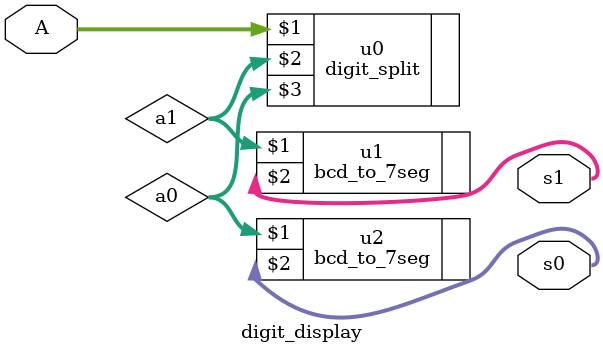
<source format=v>
`timescale 1ns / 1ps


module digit_display(input [4:0] A,
                     output [7:0] s1, s0);   // LEDSEL for displaying digits on 7seg

    wire [3:0] a1, a0; // represents A in two digits if A > 9
    
    digit_split u0 (A, a1, a0);
    bcd_to_7seg u1 (a1, s1);
    bcd_to_7seg u2 (a0, s0);
    
endmodule

</source>
